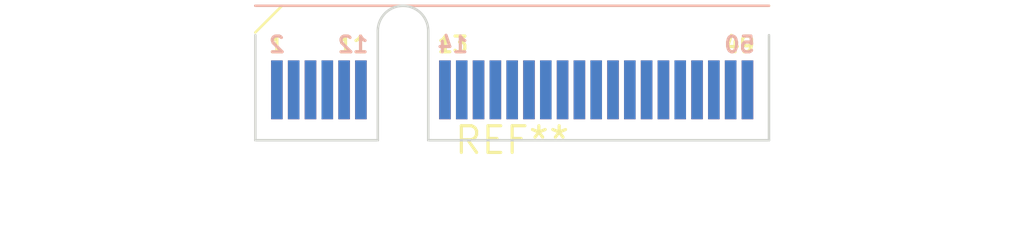
<source format=kicad_pcb>
(kicad_pcb (version 20240108) (generator pcbnew)
  (layers (0 "F.Cu" signal) (31 "B.Cu" signal) (34 "B.Paste" user) (35 "F.Paste" user) (36 "B.SilkS" user "B.Silkscreen") (37 "F.SilkS" user "F.Silkscreen") (38 "B.Mask" user) (39 "F.Mask" user) (44 "Edge.Cuts" user))
  (net 0 "")
  (footprint "Samtec_HSEC8-125-X-X-DV_2x25_P0.8mm_Edge" (layer "F.Cu") (at 0 0)
    (property "Reference" "REF**")
    (property "Value" "Samtec_HSEC8-125-X-X-DV_2x25_P0.8mm_Edge")
    (fp_line (start -12.225 -6.4) (end -12.225 -6.4) (layer "B.SilkS") (stroke (width 0.12)))
    (fp_line (start -12.225 -6.4) (end 12.225 -6.4) (layer "B.SilkS") (stroke (width 0.12)))
    (fp_line (start -12.225 -5.13) (end -10.955 -6.4) (layer "F.SilkS") (stroke (width 0.12)))
    (fp_line (start -10.955 -6.4) (end 12.225 -6.4) (layer "F.SilkS") (stroke (width 0.12)))
    (fp_line (start -12.225 -5) (end -12.225 0) (layer "Edge.Cuts") (stroke (width 0.12)))
    (fp_line (start -12.225 0) (end -6.395 0) (layer "Edge.Cuts") (stroke (width 0.12)))
    (fp_line (start -6.395 0) (end -6.395 -5.2) (layer "Edge.Cuts") (stroke (width 0.12)))
    (fp_line (start -3.995 -5.2) (end -3.995 0) (layer "Edge.Cuts") (stroke (width 0.12)))
    (fp_line (start -3.995 0) (end 12.225 0) (layer "Edge.Cuts") (stroke (width 0.12)))
    (fp_line (start 12.225 0) (end 12.225 -5) (layer "Edge.Cuts") (stroke (width 0.12)))
    (fp_arc (start -6.395 -5.2) (mid -5.195 -6.4) (end -3.995 -5.2) (layer "Edge.Cuts") (stroke (width 0.12)))
    (fp_text user "2" (at -11.2 -4.55 0) (layer "B.SilkS") (effects (font (size 0.75 0.75)) (justify mirror)))
    (fp_text user "50" (at 10.825 -4.55 0) (layer "B.SilkS") (effects (font (size 0.75 0.75)) (justify mirror)))
    (fp_text user "14" (at -2.825 -4.55 0) (layer "B.SilkS") (effects (font (size 0.75 0.75)) (justify mirror)))
    (fp_text user "12" (at -7.575 -4.55 0) (layer "B.SilkS") (effects (font (size 0.75 0.75)) (justify mirror)))
    (fp_text user "13" (at -2.825 -4.55 0) (layer "F.SilkS") (effects (font (size 0.75 0.75))))
    (fp_text user "49" (at 10.825 -4.55 0) (layer "F.SilkS") (effects (font (size 0.75 0.75))))
    (fp_text user "1" (at -11.2 -4.55 0) (layer "F.SilkS") (effects (font (size 0.75 0.75))))
    (fp_text user "11" (at -7.575 -4.55 0) (layer "F.SilkS") (effects (font (size 0.75 0.75))))
    (pad "1" connect rect (at -11.2 -2.4) (size 0.55 2.8) (layers "F.Cu" "F.Mask"))
    (pad "2" connect rect (at -11.2 -2.4) (size 0.55 2.8) (layers "B.Cu" "B.Mask"))
    (pad "3" connect rect (at -10.4 -2.4) (size 0.55 2.8) (layers "F.Cu" "F.Mask"))
    (pad "4" connect rect (at -10.4 -2.4) (size 0.55 2.8) (layers "B.Cu" "B.Mask"))
    (pad "5" connect rect (at -9.6 -2.4) (size 0.55 2.8) (layers "F.Cu" "F.Mask"))
    (pad "6" connect rect (at -9.6 -2.4) (size 0.55 2.8) (layers "B.Cu" "B.Mask"))
    (pad "7" connect rect (at -8.8 -2.4) (size 0.55 2.8) (layers "F.Cu" "F.Mask"))
    (pad "8" connect rect (at -8.8 -2.4) (size 0.55 2.8) (layers "B.Cu" "B.Mask"))
    (pad "9" connect rect (at -8 -2.4) (size 0.55 2.8) (layers "F.Cu" "F.Mask"))
    (pad "10" connect rect (at -8 -2.4) (size 0.55 2.8) (layers "B.Cu" "B.Mask"))
    (pad "11" connect rect (at -7.2 -2.4) (size 0.55 2.8) (layers "F.Cu" "F.Mask"))
    (pad "12" connect rect (at -7.2 -2.4) (size 0.55 2.8) (layers "B.Cu" "B.Mask"))
    (pad "13" connect rect (at -3.2 -2.4) (size 0.55 2.8) (layers "F.Cu" "F.Mask"))
    (pad "14" connect rect (at -3.2 -2.4) (size 0.55 2.8) (layers "B.Cu" "B.Mask"))
    (pad "15" connect rect (at -2.4 -2.4) (size 0.55 2.8) (layers "F.Cu" "F.Mask"))
    (pad "16" connect rect (at -2.4 -2.4) (size 0.55 2.8) (layers "B.Cu" "B.Mask"))
    (pad "17" connect rect (at -1.6 -2.4) (size 0.55 2.8) (layers "F.Cu" "F.Mask"))
    (pad "18" connect rect (at -1.6 -2.4) (size 0.55 2.8) (layers "B.Cu" "B.Mask"))
    (pad "19" connect rect (at -0.8 -2.4) (size 0.55 2.8) (layers "F.Cu" "F.Mask"))
    (pad "20" connect rect (at -0.8 -2.4) (size 0.55 2.8) (layers "B.Cu" "B.Mask"))
    (pad "21" connect rect (at 0 -2.4) (size 0.55 2.8) (layers "F.Cu" "F.Mask"))
    (pad "22" connect rect (at 0 -2.4) (size 0.55 2.8) (layers "B.Cu" "B.Mask"))
    (pad "23" connect rect (at 0.8 -2.4) (size 0.55 2.8) (layers "F.Cu" "F.Mask"))
    (pad "24" connect rect (at 0.8 -2.4) (size 0.55 2.8) (layers "B.Cu" "B.Mask"))
    (pad "25" connect rect (at 1.6 -2.4) (size 0.55 2.8) (layers "F.Cu" "F.Mask"))
    (pad "26" connect rect (at 1.6 -2.4) (size 0.55 2.8) (layers "B.Cu" "B.Mask"))
    (pad "27" connect rect (at 2.4 -2.4) (size 0.55 2.8) (layers "F.Cu" "F.Mask"))
    (pad "28" connect rect (at 2.4 -2.4) (size 0.55 2.8) (layers "B.Cu" "B.Mask"))
    (pad "29" connect rect (at 3.2 -2.4) (size 0.55 2.8) (layers "F.Cu" "F.Mask"))
    (pad "30" connect rect (at 3.2 -2.4) (size 0.55 2.8) (layers "B.Cu" "B.Mask"))
    (pad "31" connect rect (at 4 -2.4) (size 0.55 2.8) (layers "F.Cu" "F.Mask"))
    (pad "32" connect rect (at 4 -2.4) (size 0.55 2.8) (layers "B.Cu" "B.Mask"))
    (pad "33" connect rect (at 4.8 -2.4) (size 0.55 2.8) (layers "F.Cu" "F.Mask"))
    (pad "34" connect rect (at 4.8 -2.4) (size 0.55 2.8) (layers "B.Cu" "B.Mask"))
    (pad "35" connect rect (at 5.6 -2.4) (size 0.55 2.8) (layers "F.Cu" "F.Mask"))
    (pad "36" connect rect (at 5.6 -2.4) (size 0.55 2.8) (layers "B.Cu" "B.Mask"))
    (pad "37" connect rect (at 6.4 -2.4) (size 0.55 2.8) (layers "F.Cu" "F.Mask"))
    (pad "38" connect rect (at 6.4 -2.4) (size 0.55 2.8) (layers "B.Cu" "B.Mask"))
    (pad "39" connect rect (at 7.2 -2.4) (size 0.55 2.8) (layers "F.Cu" "F.Mask"))
    (pad "40" connect rect (at 7.2 -2.4) (size 0.55 2.8) (layers "B.Cu" "B.Mask"))
    (pad "41" connect rect (at 8 -2.4) (size 0.55 2.8) (layers "F.Cu" "F.Mask"))
    (pad "42" connect rect (at 8 -2.4) (size 0.55 2.8) (layers "B.Cu" "B.Mask"))
    (pad "43" connect rect (at 8.8 -2.4) (size 0.55 2.8) (layers "F.Cu" "F.Mask"))
    (pad "44" connect rect (at 8.8 -2.4) (size 0.55 2.8) (layers "B.Cu" "B.Mask"))
    (pad "45" connect rect (at 9.6 -2.4) (size 0.55 2.8) (layers "F.Cu" "F.Mask"))
    (pad "46" connect rect (at 9.6 -2.4) (size 0.55 2.8) (layers "B.Cu" "B.Mask"))
    (pad "47" connect rect (at 10.4 -2.4) (size 0.55 2.8) (layers "F.Cu" "F.Mask"))
    (pad "48" connect rect (at 10.4 -2.4) (size 0.55 2.8) (layers "B.Cu" "B.Mask"))
    (pad "49" connect rect (at 11.2 -2.4) (size 0.55 2.8) (layers "F.Cu" "F.Mask"))
    (pad "50" connect rect (at 11.2 -2.4) (size 0.55 2.8) (layers "B.Cu" "B.Mask"))
  )
)
</source>
